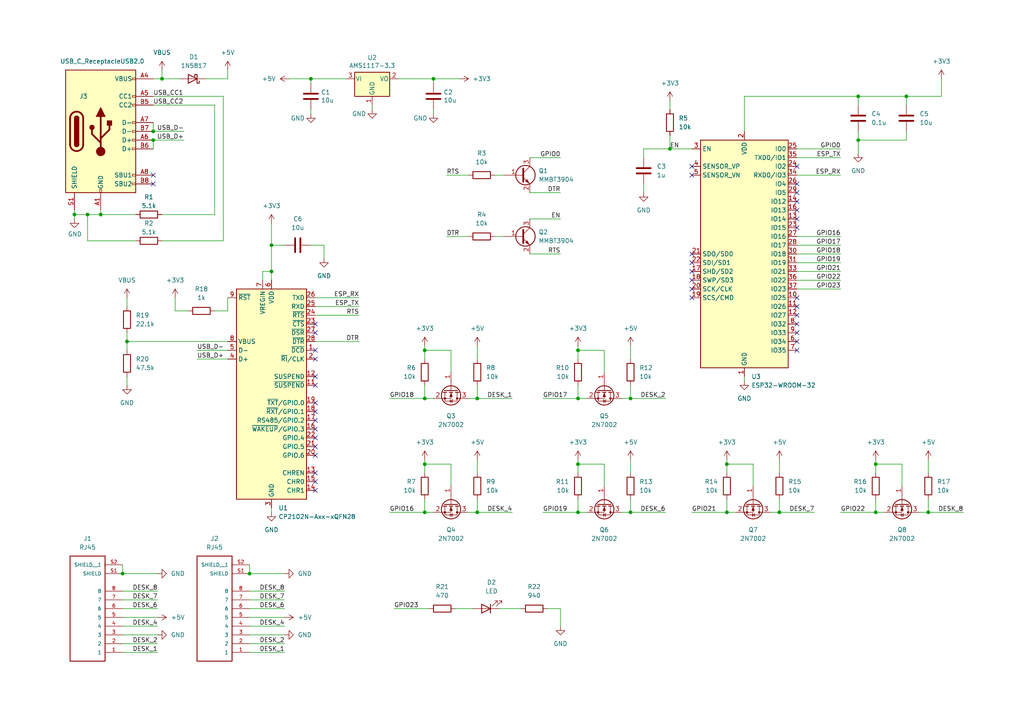
<source format=kicad_sch>
(kicad_sch (version 20211123) (generator eeschema)
  (paper "A4")
  (lib_symbols
    (symbol "A-2004-2-4-LPS-N-R:A-2004-2-4-LPS-N-R" (pin_names (offset 1.016))
      (property "Reference" "J" (at -5.08 13.97 0))
      (property "Value" "A-2004-2-4-LPS-N-R" (at -5.08 -19.05 0))
      (symbol "A-2004-2-4-LPS-N-R_0_0"
        (polyline (pts (xy -5.08 -17.78) (xy 5.08 -17.78)) (stroke (width 0.254)))
        (polyline (pts (xy -5.08 -14.732) (xy -5.08 -15.748)) (stroke (width 0.254)))
        (polyline (pts (xy -5.08 12.7) (xy -5.08 -17.78)) (stroke (width 0.254)))
        (polyline (pts (xy 5.08 -17.78) (xy 5.08 12.7)) (stroke (width 0.254)))
        (polyline (pts (xy 5.08 12.7) (xy -5.08 12.7)) (stroke (width 0.254)))
        (pin passive line (at -10.16 10.16 0) (length 5.08) (name "1") (number "1"))
        (pin passive line (at -10.16 7.62 0) (length 5.08) (name "2") (number "2"))
        (pin passive line (at -10.16 5.08 0) (length 5.08) (name "3") (number "3"))
        (pin passive line (at -10.16 2.54 0) (length 5.08) (name "4") (number "4"))
        (pin passive line (at -10.16 0 0) (length 5.08) (name "5") (number "5"))
        (pin passive line (at -10.16 -2.54 0) (length 5.08) (name "6") (number "6"))
        (pin passive line (at -10.16 -5.08 0) (length 5.08) (name "7") (number "7"))
        (pin passive line (at -10.16 -7.62 0) (length 5.08) (name "8") (number "8"))
        (pin passive line (at -10.16 -12.7 0) (length 5.08) (name "SHIELD") (number "S1"))
        (pin passive line (at -10.16 -15.24 0) (length 5.08) (name "SHIELD__1") (number "S2"))
      )
    )
    (symbol "Connector:USB_C_Receptacle_USB2.0" (pin_names (offset 1.016))
      (property "Reference" "J" (at -10.16 19.05 0))
      (property "Value" "USB_C_Receptacle_USB2.0" (at 19.05 19.05 0))
      (symbol "USB_C_Receptacle_USB2.0_0_0"
        (rectangle (start -0.254 -17.78) (end 0.254 -16.764))
        (rectangle (start 10.16 -14.986) (end 9.144 -15.494))
        (rectangle (start 10.16 -12.446) (end 9.144 -12.954))
        (rectangle (start 10.16 -4.826) (end 9.144 -5.334))
        (rectangle (start 10.16 -2.286) (end 9.144 -2.794))
        (rectangle (start 10.16 0.254) (end 9.144 -0.254))
        (rectangle (start 10.16 2.794) (end 9.144 2.286))
        (rectangle (start 10.16 7.874) (end 9.144 7.366))
        (rectangle (start 10.16 10.414) (end 9.144 9.906))
        (rectangle (start 10.16 15.494) (end 9.144 14.986))
      )
      (symbol "USB_C_Receptacle_USB2.0_0_1"
        (rectangle (start -10.16 17.78) (end 10.16 -17.78) (stroke (width 0.254)) (fill (type background)))
        (arc (start -8.89 -3.81) (mid -6.985 -5.715) (end -5.08 -3.81) (stroke (width 0.508)))
        (arc (start -7.62 -3.81) (mid -6.985 -4.445) (end -6.35 -3.81) (stroke (width 0.254)))
        (arc (start -7.62 -3.81) (mid -6.985 -4.445) (end -6.35 -3.81) (stroke (width 0.254)) (fill (type outline)))
        (rectangle (start -7.62 -3.81) (end -6.35 3.81) (stroke (width 0.254)) (fill (type outline)))
        (arc (start -6.35 3.81) (mid -6.985 4.445) (end -7.62 3.81) (stroke (width 0.254)))
        (arc (start -6.35 3.81) (mid -6.985 4.445) (end -7.62 3.81) (stroke (width 0.254)) (fill (type outline)))
        (arc (start -5.08 3.81) (mid -6.985 5.715) (end -8.89 3.81) (stroke (width 0.508)))
        (circle (center -2.54 1.143) (radius 0.635) (stroke (width 0.254)) (fill (type outline)))
        (circle (center 0 -5.842) (radius 1.27) (fill (type outline)))
        (polyline (pts (xy -8.89 -3.81) (xy -8.89 3.81)) (stroke (width 0.508)))
        (polyline (pts (xy -5.08 3.81) (xy -5.08 -3.81)) (stroke (width 0.508)))
        (polyline (pts (xy 0 -5.842) (xy 0 4.318)) (stroke (width 0.508)))
        (polyline (pts (xy 0 -3.302) (xy -2.54 -0.762) (xy -2.54 0.508)) (stroke (width 0.508)))
        (polyline (pts (xy 0 -2.032) (xy 2.54 0.508) (xy 2.54 1.778)) (stroke (width 0.508)))
        (polyline (pts (xy -1.27 4.318) (xy 0 6.858) (xy 1.27 4.318) (xy -1.27 4.318)) (stroke (width 0.254)) (fill (type outline)))
        (rectangle (start 1.905 1.778) (end 3.175 3.048) (stroke (width 0.254)) (fill (type outline)))
      )
      (symbol "USB_C_Receptacle_USB2.0_1_1"
        (pin passive line (at 0 -22.86 90) (length 5.08) (name "GND") (number "A1"))
        (pin passive line (at 0 -22.86 90) (length 5.08) hide (name "GND") (number "A12"))
        (pin passive line (at 15.24 15.24 180) (length 5.08) (name "VBUS") (number "A4"))
        (pin bidirectional line (at 15.24 10.16 180) (length 5.08) (name "CC1") (number "A5"))
        (pin bidirectional line (at 15.24 -2.54 180) (length 5.08) (name "D+") (number "A6"))
        (pin bidirectional line (at 15.24 2.54 180) (length 5.08) (name "D-") (number "A7"))
        (pin bidirectional line (at 15.24 -12.7 180) (length 5.08) (name "SBU1") (number "A8"))
        (pin passive line (at 15.24 15.24 180) (length 5.08) hide (name "VBUS") (number "A9"))
        (pin passive line (at 0 -22.86 90) (length 5.08) hide (name "GND") (number "B1"))
        (pin passive line (at 0 -22.86 90) (length 5.08) hide (name "GND") (number "B12"))
        (pin passive line (at 15.24 15.24 180) (length 5.08) hide (name "VBUS") (number "B4"))
        (pin bidirectional line (at 15.24 7.62 180) (length 5.08) (name "CC2") (number "B5"))
        (pin bidirectional line (at 15.24 -5.08 180) (length 5.08) (name "D+") (number "B6"))
        (pin bidirectional line (at 15.24 0 180) (length 5.08) (name "D-") (number "B7"))
        (pin bidirectional line (at 15.24 -15.24 180) (length 5.08) (name "SBU2") (number "B8"))
        (pin passive line (at 15.24 15.24 180) (length 5.08) hide (name "VBUS") (number "B9"))
        (pin passive line (at -7.62 -22.86 90) (length 5.08) (name "SHIELD") (number "S1"))
      )
    )
    (symbol "Device:C" (pin_numbers hide) (pin_names (offset 0.254))
      (property "Reference" "C" (at 0.635 2.54 0))
      (property "Value" "C" (at 0.635 -2.54 0))
      (symbol "C_0_1"
        (polyline (pts (xy -2.032 -0.762) (xy 2.032 -0.762)) (stroke (width 0.508)))
        (polyline (pts (xy -2.032 0.762) (xy 2.032 0.762)) (stroke (width 0.508)))
      )
      (symbol "C_1_1"
        (pin passive line (at 0 3.81 270) (length 2.794) (name "~") (number "1"))
        (pin passive line (at 0 -3.81 90) (length 2.794) (name "~") (number "2"))
      )
    )
    (symbol "Device:LED" (pin_numbers hide) (pin_names (offset 1.016) hide)
      (property "Reference" "D" (at 0 2.54 0))
      (property "Value" "LED" (at 0 -2.54 0))
      (symbol "LED_0_1"
        (polyline (pts (xy -1.27 -1.27) (xy -1.27 1.27)) (stroke (width 0.254)))
        (polyline (pts (xy -1.27 0) (xy 1.27 0)))
        (polyline (pts (xy 1.27 -1.27) (xy 1.27 1.27) (xy -1.27 0) (xy 1.27 -1.27)) (stroke (width 0.254)))
        (polyline (pts (xy -3.048 -0.762) (xy -4.572 -2.286) (xy -3.81 -2.286) (xy -4.572 -2.286) (xy -4.572 -1.524)))
        (polyline (pts (xy -1.778 -0.762) (xy -3.302 -2.286) (xy -2.54 -2.286) (xy -3.302 -2.286) (xy -3.302 -1.524)))
      )
      (symbol "LED_1_1"
        (pin passive line (at -3.81 0 0) (length 2.54) (name "K") (number "1"))
        (pin passive line (at 3.81 0 180) (length 2.54) (name "A") (number "2"))
      )
    )
    (symbol "Device:R" (pin_numbers hide) (pin_names (offset 0))
      (property "Reference" "R" (at 2.032 0 90))
      (property "Value" "R" (at 0 0 90))
      (symbol "R_0_1"
        (rectangle (start -1.016 -2.54) (end 1.016 2.54) (stroke (width 0.254)))
      )
      (symbol "R_1_1"
        (pin passive line (at 0 3.81 270) (length 1.27) (name "~") (number "1"))
        (pin passive line (at 0 -3.81 90) (length 1.27) (name "~") (number "2"))
      )
    )
    (symbol "Diode:1N5817" (pin_numbers hide) (pin_names (offset 1.016) hide)
      (property "Reference" "D" (at 0 2.54 0))
      (property "Value" "1N5817" (at 0 -2.54 0))
      (symbol "1N5817_0_1"
        (polyline (pts (xy 1.27 0) (xy -1.27 0)))
        (polyline (pts (xy 1.27 1.27) (xy 1.27 -1.27) (xy -1.27 0) (xy 1.27 1.27)) (stroke (width 0.254)))
        (polyline (pts (xy -1.905 0.635) (xy -1.905 1.27) (xy -1.27 1.27) (xy -1.27 -1.27) (xy -0.635 -1.27) (xy -0.635 -0.635)) (stroke (width 0.254)))
      )
      (symbol "1N5817_1_1"
        (pin passive line (at -3.81 0 0) (length 2.54) (name "K") (number "1"))
        (pin passive line (at 3.81 0 180) (length 2.54) (name "A") (number "2"))
      )
    )
    (symbol "Interface_USB:CP2102N-Axx-xQFN28"
      (property "Reference" "U" (at -8.89 31.75 0))
      (property "Value" "CP2102N-Axx-xQFN28" (at 12.7 31.75 0))
      (symbol "CP2102N-Axx-xQFN28_0_1"
        (rectangle (start -10.16 30.48) (end 10.16 -30.48) (stroke (width 0.254)) (fill (type background)))
      )
      (symbol "CP2102N-Axx-xQFN28_1_1"
        (pin input line (at 12.7 12.7 180) (length 2.54) (name "~{DCD}") (number "1"))
        (pin no_connect line (at -10.16 -27.94 0) (length 2.54) hide (name "NC") (number "10"))
        (pin output line (at 12.7 2.54 180) (length 2.54) (name "~{SUSPEND}") (number "11"))
        (pin output line (at 12.7 5.08 180) (length 2.54) (name "SUSPEND") (number "12"))
        (pin output line (at 12.7 -22.86 180) (length 2.54) (name "CHREN") (number "13"))
        (pin output line (at 12.7 -27.94 180) (length 2.54) (name "CHR1") (number "14"))
        (pin output line (at 12.7 -25.4 180) (length 2.54) (name "CHR0") (number "15"))
        (pin bidirectional line (at 12.7 -10.16 180) (length 2.54) (name "~{WAKEUP}/GPIO.3") (number "16"))
        (pin bidirectional line (at 12.7 -7.62 180) (length 2.54) (name "RS485/GPIO.2") (number "17"))
        (pin bidirectional line (at 12.7 -5.08 180) (length 2.54) (name "~{RXT}/GPIO.1") (number "18"))
        (pin bidirectional line (at 12.7 -2.54 180) (length 2.54) (name "~{TXT}/GPIO.0") (number "19"))
        (pin bidirectional line (at 12.7 10.16 180) (length 2.54) (name "~{RI}/CLK") (number "2"))
        (pin bidirectional line (at 12.7 -17.78 180) (length 2.54) (name "GPIO.6") (number "20"))
        (pin bidirectional line (at 12.7 -15.24 180) (length 2.54) (name "GPIO.5") (number "21"))
        (pin bidirectional line (at 12.7 -12.7 180) (length 2.54) (name "GPIO.4") (number "22"))
        (pin input line (at 12.7 20.32 180) (length 2.54) (name "~{CTS}") (number "23"))
        (pin output line (at 12.7 22.86 180) (length 2.54) (name "~{RTS}") (number "24"))
        (pin input line (at 12.7 25.4 180) (length 2.54) (name "RXD") (number "25"))
        (pin output line (at 12.7 27.94 180) (length 2.54) (name "TXD") (number "26"))
        (pin input line (at 12.7 17.78 180) (length 2.54) (name "~{DSR}") (number "27"))
        (pin output line (at 12.7 15.24 180) (length 2.54) (name "~{DTR}") (number "28"))
        (pin passive line (at 0 -33.02 90) (length 2.54) hide (name "GND") (number "29"))
        (pin power_in line (at 0 -33.02 90) (length 2.54) (name "GND") (number "3"))
        (pin bidirectional line (at -12.7 10.16 0) (length 2.54) (name "D+") (number "4"))
        (pin bidirectional line (at -12.7 12.7 0) (length 2.54) (name "D-") (number "5"))
        (pin power_in line (at 0 33.02 270) (length 2.54) (name "VDD") (number "6"))
        (pin power_in line (at -2.54 33.02 270) (length 2.54) (name "VREGIN") (number "7"))
        (pin input line (at -12.7 15.24 0) (length 2.54) (name "VBUS") (number "8"))
        (pin input line (at -12.7 27.94 0) (length 2.54) (name "~{RST}") (number "9"))
      )
    )
    (symbol "RF_Module:ESP32-WROOM-32"
      (property "Reference" "U" (at -12.7 34.29 0))
      (property "Value" "ESP32-WROOM-32" (at 1.27 34.29 0))
      (symbol "ESP32-WROOM-32_0_1"
        (rectangle (start -12.7 33.02) (end 12.7 -33.02) (stroke (width 0.254)) (fill (type background)))
      )
      (symbol "ESP32-WROOM-32_1_1"
        (pin power_in line (at 0 -35.56 90) (length 2.54) (name "GND") (number "1"))
        (pin bidirectional line (at 15.24 -12.7 180) (length 2.54) (name "IO25") (number "10"))
        (pin bidirectional line (at 15.24 -15.24 180) (length 2.54) (name "IO26") (number "11"))
        (pin bidirectional line (at 15.24 -17.78 180) (length 2.54) (name "IO27") (number "12"))
        (pin bidirectional line (at 15.24 10.16 180) (length 2.54) (name "IO14") (number "13"))
        (pin bidirectional line (at 15.24 15.24 180) (length 2.54) (name "IO12") (number "14"))
        (pin passive line (at 0 -35.56 90) (length 2.54) hide (name "GND") (number "15"))
        (pin bidirectional line (at 15.24 12.7 180) (length 2.54) (name "IO13") (number "16"))
        (pin bidirectional line (at -15.24 -5.08 0) (length 2.54) (name "SHD/SD2") (number "17"))
        (pin bidirectional line (at -15.24 -7.62 0) (length 2.54) (name "SWP/SD3") (number "18"))
        (pin bidirectional line (at -15.24 -12.7 0) (length 2.54) (name "SCS/CMD") (number "19"))
        (pin power_in line (at 0 35.56 270) (length 2.54) (name "VDD") (number "2"))
        (pin bidirectional line (at -15.24 -10.16 0) (length 2.54) (name "SCK/CLK") (number "20"))
        (pin bidirectional line (at -15.24 0 0) (length 2.54) (name "SDO/SD0") (number "21"))
        (pin bidirectional line (at -15.24 -2.54 0) (length 2.54) (name "SDI/SD1") (number "22"))
        (pin bidirectional line (at 15.24 7.62 180) (length 2.54) (name "IO15") (number "23"))
        (pin bidirectional line (at 15.24 25.4 180) (length 2.54) (name "IO2") (number "24"))
        (pin bidirectional line (at 15.24 30.48 180) (length 2.54) (name "IO0") (number "25"))
        (pin bidirectional line (at 15.24 20.32 180) (length 2.54) (name "IO4") (number "26"))
        (pin bidirectional line (at 15.24 5.08 180) (length 2.54) (name "IO16") (number "27"))
        (pin bidirectional line (at 15.24 2.54 180) (length 2.54) (name "IO17") (number "28"))
        (pin bidirectional line (at 15.24 17.78 180) (length 2.54) (name "IO5") (number "29"))
        (pin input line (at -15.24 30.48 0) (length 2.54) (name "EN") (number "3"))
        (pin bidirectional line (at 15.24 0 180) (length 2.54) (name "IO18") (number "30"))
        (pin bidirectional line (at 15.24 -2.54 180) (length 2.54) (name "IO19") (number "31"))
        (pin no_connect line (at -12.7 -27.94 0) (length 2.54) hide (name "NC") (number "32"))
        (pin bidirectional line (at 15.24 -5.08 180) (length 2.54) (name "IO21") (number "33"))
        (pin bidirectional line (at 15.24 22.86 180) (length 2.54) (name "RXD0/IO3") (number "34"))
        (pin bidirectional line (at 15.24 27.94 180) (length 2.54) (name "TXD0/IO1") (number "35"))
        (pin bidirectional line (at 15.24 -7.62 180) (length 2.54) (name "IO22") (number "36"))
        (pin bidirectional line (at 15.24 -10.16 180) (length 2.54) (name "IO23") (number "37"))
        (pin passive line (at 0 -35.56 90) (length 2.54) hide (name "GND") (number "38"))
        (pin passive line (at 0 -35.56 90) (length 2.54) hide (name "GND") (number "39"))
        (pin input line (at -15.24 25.4 0) (length 2.54) (name "SENSOR_VP") (number "4"))
        (pin input line (at -15.24 22.86 0) (length 2.54) (name "SENSOR_VN") (number "5"))
        (pin input line (at 15.24 -25.4 180) (length 2.54) (name "IO34") (number "6"))
        (pin input line (at 15.24 -27.94 180) (length 2.54) (name "IO35") (number "7"))
        (pin bidirectional line (at 15.24 -20.32 180) (length 2.54) (name "IO32") (number "8"))
        (pin bidirectional line (at 15.24 -22.86 180) (length 2.54) (name "IO33") (number "9"))
      )
    )
    (symbol "Regulator_Linear:NCP1117-3.3_SOT223" (pin_names (offset 0.254))
      (property "Reference" "U" (at -3.81 3.175 0))
      (property "Value" "NCP1117-3.3_SOT223" (at 0 3.175 0))
      (symbol "NCP1117-3.3_SOT223_0_1"
        (rectangle (start -5.08 -5.08) (end 5.08 1.905) (stroke (width 0.254)) (fill (type background)))
      )
      (symbol "NCP1117-3.3_SOT223_1_1"
        (pin power_in line (at 0 -7.62 90) (length 2.54) (name "GND") (number "1"))
        (pin power_out line (at 7.62 0 180) (length 2.54) (name "VO") (number "2"))
        (pin power_in line (at -7.62 0 0) (length 2.54) (name "VI") (number "3"))
      )
    )
    (symbol "Transistor_BJT:MMBT3904" (pin_names (offset 0) hide)
      (property "Reference" "Q" (at 5.08 1.905 0))
      (property "Value" "MMBT3904" (at 5.08 0 0))
      (symbol "MMBT3904_0_1"
        (polyline (pts (xy 0.635 0.635) (xy 2.54 2.54)))
        (polyline (pts (xy 0.635 -0.635) (xy 2.54 -2.54) (xy 2.54 -2.54)))
        (polyline (pts (xy 0.635 1.905) (xy 0.635 -1.905) (xy 0.635 -1.905)) (stroke (width 0.508)))
        (polyline (pts (xy 1.27 -1.778) (xy 1.778 -1.27) (xy 2.286 -2.286) (xy 1.27 -1.778) (xy 1.27 -1.778)) (fill (type outline)))
        (circle (center 1.27 0) (radius 2.8194) (stroke (width 0.254)))
      )
      (symbol "MMBT3904_1_1"
        (pin input line (at -5.08 0 0) (length 5.715) (name "B") (number "1"))
        (pin passive line (at 2.54 -5.08 90) (length 2.54) (name "E") (number "2"))
        (pin passive line (at 2.54 5.08 270) (length 2.54) (name "C") (number "3"))
      )
    )
    (symbol "Transistor_FET:BSS138" (pin_names hide)
      (property "Reference" "Q" (at 5.08 1.905 0))
      (property "Value" "BSS138" (at 5.08 0 0))
      (symbol "BSS138_0_1"
        (polyline (pts (xy 0.254 0) (xy -2.54 0)))
        (polyline (pts (xy 0.254 1.905) (xy 0.254 -1.905)) (stroke (width 0.254)))
        (polyline (pts (xy 0.762 -1.27) (xy 0.762 -2.286)) (stroke (width 0.254)))
        (polyline (pts (xy 0.762 0.508) (xy 0.762 -0.508)) (stroke (width 0.254)))
        (polyline (pts (xy 0.762 2.286) (xy 0.762 1.27)) (stroke (width 0.254)))
        (polyline (pts (xy 2.54 2.54) (xy 2.54 1.778)))
        (polyline (pts (xy 2.54 -2.54) (xy 2.54 0) (xy 0.762 0)))
        (polyline (pts (xy 0.762 -1.778) (xy 3.302 -1.778) (xy 3.302 1.778) (xy 0.762 1.778)))
        (polyline (pts (xy 1.016 0) (xy 2.032 0.381) (xy 2.032 -0.381) (xy 1.016 0)) (fill (type outline)))
        (polyline (pts (xy 2.794 0.508) (xy 2.921 0.381) (xy 3.683 0.381) (xy 3.81 0.254)))
        (polyline (pts (xy 3.302 0.381) (xy 2.921 -0.254) (xy 3.683 -0.254) (xy 3.302 0.381)))
        (circle (center 1.651 0) (radius 2.794) (stroke (width 0.254)))
        (circle (center 2.54 -1.778) (radius 0.254) (fill (type outline)))
        (circle (center 2.54 1.778) (radius 0.254) (fill (type outline)))
      )
      (symbol "BSS138_1_1"
        (pin input line (at -5.08 0 0) (length 2.54) (name "G") (number "1"))
        (pin passive line (at 2.54 -5.08 90) (length 2.54) (name "S") (number "2"))
        (pin passive line (at 2.54 5.08 270) (length 2.54) (name "D") (number "3"))
      )
    )
    (symbol "power:+3V3" (power) (pin_names (offset 0))
      (property "Value" "+3V3" (at 0 3.556 0))
      (symbol "+3V3_0_1"
        (polyline (pts (xy -0.762 1.27) (xy 0 2.54)))
        (polyline (pts (xy 0 0) (xy 0 2.54)))
        (polyline (pts (xy 0 2.54) (xy 0.762 1.27)))
      )
      (symbol "+3V3_1_1"
        (pin power_in line (at 0 0 90) (length 0) hide (name "+3V3") (number "1"))
      )
    )
    (symbol "power:+5V" (power) (pin_names (offset 0))
      (property "Value" "+5V" (at 0 3.556 0))
      (symbol "+5V_0_1"
        (polyline (pts (xy -0.762 1.27) (xy 0 2.54)))
        (polyline (pts (xy 0 0) (xy 0 2.54)))
        (polyline (pts (xy 0 2.54) (xy 0.762 1.27)))
      )
      (symbol "+5V_1_1"
        (pin power_in line (at 0 0 90) (length 0) hide (name "+5V") (number "1"))
      )
    )
    (symbol "power:GND" (power) (pin_names (offset 0))
      (property "Value" "GND" (at 0 -3.81 0))
      (symbol "GND_0_1"
        (polyline (pts (xy 0 0) (xy 0 -1.27) (xy 1.27 -1.27) (xy 0 -2.54) (xy -1.27 -1.27) (xy 0 -1.27)))
      )
      (symbol "GND_1_1"
        (pin power_in line (at 0 0 270) (length 0) hide (name "GND") (number "1"))
      )
    )
    (symbol "power:VBUS" (power) (pin_names (offset 0))
      (property "Value" "VBUS" (at 0 3.81 0))
      (symbol "VBUS_0_1"
        (polyline (pts (xy -0.762 1.27) (xy 0 2.54)))
        (polyline (pts (xy 0 0) (xy 0 2.54)))
        (polyline (pts (xy 0 2.54) (xy 0.762 1.27)))
      )
      (symbol "VBUS_1_1"
        (pin power_in line (at 0 0 90) (length 0) hide (name "VBUS") (number "1"))
      )
    )
  )
  (junction (at 167.64 101.6))
  (junction (at 125.73 22.86))
  (junction (at 138.43 115.57))
  (junction (at 123.19 101.6))
  (junction (at 182.88 115.57))
  (junction (at 29.21 62.23))
  (junction (at 254 148.59))
  (junction (at 226.06 148.59))
  (junction (at 35.56 166.37))
  (junction (at 167.64 134.62))
  (junction (at 123.19 115.57))
  (junction (at 248.92 27.94))
  (junction (at 269.24 148.59))
  (junction (at 167.64 148.59))
  (junction (at 21.59 62.23))
  (junction (at 123.19 148.59))
  (junction (at 72.39 166.37))
  (junction (at 44.45 38.1))
  (junction (at 210.82 148.59))
  (junction (at 123.19 134.62))
  (junction (at 25.4 62.23))
  (junction (at 138.43 148.59))
  (junction (at 78.74 78.74))
  (junction (at 248.92 40.64))
  (junction (at 194.31 43.18))
  (junction (at 167.64 115.57))
  (junction (at 44.45 40.64))
  (junction (at 182.88 148.59))
  (junction (at 90.17 22.86))
  (junction (at 262.89 27.94))
  (junction (at 46.99 22.86))
  (junction (at 254 134.62))
  (junction (at 36.83 99.06))
  (junction (at 210.82 134.62))
  (junction (at 78.74 71.12))
  (no_connect (at 44.45 50.8))
  (no_connect (at 44.45 53.34))
  (no_connect (at 200.66 81.28))
  (no_connect (at 200.66 83.82))
  (no_connect (at 200.66 76.2))
  (no_connect (at 200.66 78.74))
  (no_connect (at 200.66 86.36))
  (no_connect (at 231.14 86.36))
  (no_connect (at 231.14 88.9))
  (no_connect (at 231.14 53.34))
  (no_connect (at 231.14 55.88))
  (no_connect (at 231.14 58.42))
  (no_connect (at 231.14 48.26))
  (no_connect (at 91.44 142.24))
  (no_connect (at 91.44 139.7))
  (no_connect (at 91.44 121.92))
  (no_connect (at 91.44 119.38))
  (no_connect (at 91.44 116.84))
  (no_connect (at 91.44 109.22))
  (no_connect (at 91.44 111.76))
  (no_connect (at 91.44 93.98))
  (no_connect (at 91.44 96.52))
  (no_connect (at 91.44 101.6))
  (no_connect (at 91.44 104.14))
  (no_connect (at 91.44 124.46))
  (no_connect (at 91.44 127))
  (no_connect (at 91.44 129.54))
  (no_connect (at 91.44 132.08))
  (no_connect (at 91.44 137.16))
  (no_connect (at 200.66 48.26))
  (no_connect (at 200.66 50.8))
  (no_connect (at 200.66 73.66))
  (no_connect (at 231.14 63.5))
  (no_connect (at 231.14 66.04))
  (no_connect (at 231.14 60.96))
  (no_connect (at 231.14 91.44))
  (no_connect (at 231.14 93.98))
  (no_connect (at 231.14 96.52))
  (no_connect (at 231.14 101.6))
  (no_connect (at 231.14 99.06))
  (wire (pts (xy 226.06 148.59) (xy 236.22 148.59)))
  (wire (pts (xy 35.56 176.53) (xy 45.72 176.53)))
  (wire (pts (xy 36.83 109.22) (xy 36.83 111.76)))
  (wire (pts (xy 153.67 73.66) (xy 162.56 73.66)))
  (wire (pts (xy 25.4 62.23) (xy 21.59 62.23)))
  (wire (pts (xy 138.43 148.59) (xy 148.59 148.59)))
  (wire (pts (xy 138.43 144.78) (xy 138.43 148.59)))
  (wire (pts (xy 39.37 69.85) (xy 25.4 69.85)))
  (wire (pts (xy 29.21 62.23) (xy 25.4 62.23)))
  (wire (pts (xy 66.04 86.36) (xy 66.04 90.17)))
  (wire (pts (xy 243.84 148.59) (xy 254 148.59)))
  (wire (pts (xy 167.64 111.76) (xy 167.64 115.57)))
  (wire (pts (xy 91.44 88.9) (xy 104.14 88.9)))
  (wire (pts (xy 78.74 64.77) (xy 78.74 71.12)))
  (wire (pts (xy 210.82 148.59) (xy 213.36 148.59)))
  (wire (pts (xy 254 134.62) (xy 261.62 134.62)))
  (wire (pts (xy 153.67 55.88) (xy 162.56 55.88)))
  (wire (pts (xy 180.34 115.57) (xy 182.88 115.57)))
  (wire (pts (xy 261.62 134.62) (xy 261.62 140.97)))
  (wire (pts (xy 210.82 133.35) (xy 210.82 134.62)))
  (wire (pts (xy 215.9 27.94) (xy 248.92 27.94)))
  (wire (pts (xy 46.99 20.32) (xy 46.99 22.86)))
  (wire (pts (xy 25.4 69.85) (xy 25.4 62.23)))
  (wire (pts (xy 143.51 50.8) (xy 146.05 50.8)))
  (wire (pts (xy 113.03 148.59) (xy 123.19 148.59)))
  (wire (pts (xy 182.88 100.33) (xy 182.88 104.14)))
  (wire (pts (xy 231.14 78.74) (xy 243.84 78.74)))
  (wire (pts (xy 123.19 100.33) (xy 123.19 101.6)))
  (wire (pts (xy 35.56 163.83) (xy 35.56 166.37)))
  (wire (pts (xy 54.61 90.17) (xy 50.8 90.17)))
  (wire (pts (xy 254 148.59) (xy 256.54 148.59)))
  (wire (pts (xy 93.98 71.12) (xy 93.98 74.93)))
  (wire (pts (xy 72.39 179.07) (xy 82.55 179.07)))
  (wire (pts (xy 123.19 134.62) (xy 130.81 134.62)))
  (wire (pts (xy 130.81 101.6) (xy 130.81 107.95)))
  (wire (pts (xy 210.82 134.62) (xy 218.44 134.62)))
  (wire (pts (xy 153.67 63.5) (xy 162.56 63.5)))
  (wire (pts (xy 248.92 27.94) (xy 262.89 27.94)))
  (wire (pts (xy 44.45 30.48) (xy 62.23 30.48)))
  (wire (pts (xy 218.44 134.62) (xy 218.44 140.97)))
  (wire (pts (xy 254 133.35) (xy 254 134.62)))
  (wire (pts (xy 186.69 53.34) (xy 186.69 55.88)))
  (wire (pts (xy 182.88 115.57) (xy 193.04 115.57)))
  (wire (pts (xy 129.54 68.58) (xy 135.89 68.58)))
  (wire (pts (xy 194.31 39.37) (xy 194.31 43.18)))
  (wire (pts (xy 123.19 134.62) (xy 123.19 137.16)))
  (wire (pts (xy 66.04 101.6) (xy 57.15 101.6)))
  (wire (pts (xy 231.14 76.2) (xy 243.84 76.2)))
  (wire (pts (xy 129.54 50.8) (xy 135.89 50.8)))
  (wire (pts (xy 167.64 134.62) (xy 175.26 134.62)))
  (wire (pts (xy 215.9 110.49) (xy 215.9 109.22)))
  (wire (pts (xy 186.69 43.18) (xy 186.69 45.72)))
  (wire (pts (xy 91.44 86.36) (xy 104.14 86.36)))
  (wire (pts (xy 125.73 24.13) (xy 125.73 22.86)))
  (wire (pts (xy 46.99 22.86) (xy 52.07 22.86)))
  (wire (pts (xy 231.14 45.72) (xy 243.84 45.72)))
  (wire (pts (xy 90.17 31.75) (xy 90.17 33.02)))
  (wire (pts (xy 162.56 176.53) (xy 162.56 181.61)))
  (wire (pts (xy 35.56 184.15) (xy 45.72 184.15)))
  (wire (pts (xy 135.89 115.57) (xy 138.43 115.57)))
  (wire (pts (xy 35.56 186.69) (xy 45.72 186.69)))
  (wire (pts (xy 248.92 40.64) (xy 248.92 44.45)))
  (wire (pts (xy 180.34 148.59) (xy 182.88 148.59)))
  (wire (pts (xy 36.83 99.06) (xy 66.04 99.06)))
  (wire (pts (xy 115.57 22.86) (xy 125.73 22.86)))
  (wire (pts (xy 226.06 133.35) (xy 226.06 137.16)))
  (wire (pts (xy 132.08 176.53) (xy 137.16 176.53)))
  (wire (pts (xy 138.43 133.35) (xy 138.43 137.16)))
  (wire (pts (xy 76.2 78.74) (xy 78.74 78.74)))
  (wire (pts (xy 138.43 111.76) (xy 138.43 115.57)))
  (wire (pts (xy 123.19 148.59) (xy 125.73 148.59)))
  (wire (pts (xy 123.19 101.6) (xy 123.19 104.14)))
  (wire (pts (xy 66.04 20.32) (xy 66.04 22.86)))
  (wire (pts (xy 194.31 43.18) (xy 186.69 43.18)))
  (wire (pts (xy 64.77 69.85) (xy 46.99 69.85)))
  (wire (pts (xy 35.56 181.61) (xy 45.72 181.61)))
  (wire (pts (xy 90.17 71.12) (xy 93.98 71.12)))
  (wire (pts (xy 248.92 40.64) (xy 262.89 40.64)))
  (wire (pts (xy 114.3 176.53) (xy 124.46 176.53)))
  (wire (pts (xy 269.24 148.59) (xy 279.4 148.59)))
  (wire (pts (xy 21.59 62.23) (xy 21.59 63.5)))
  (wire (pts (xy 36.83 86.36) (xy 36.83 88.9)))
  (wire (pts (xy 62.23 90.17) (xy 66.04 90.17)))
  (wire (pts (xy 59.69 22.86) (xy 66.04 22.86)))
  (wire (pts (xy 72.39 189.23) (xy 82.55 189.23)))
  (wire (pts (xy 269.24 133.35) (xy 269.24 137.16)))
  (wire (pts (xy 44.45 35.56) (xy 44.45 38.1)))
  (wire (pts (xy 167.64 148.59) (xy 170.18 148.59)))
  (wire (pts (xy 200.66 148.59) (xy 210.82 148.59)))
  (wire (pts (xy 138.43 115.57) (xy 148.59 115.57)))
  (wire (pts (xy 254 134.62) (xy 254 137.16)))
  (wire (pts (xy 78.74 148.59) (xy 78.74 147.32)))
  (wire (pts (xy 91.44 91.44) (xy 104.14 91.44)))
  (wire (pts (xy 62.23 30.48) (xy 62.23 62.23)))
  (wire (pts (xy 157.48 148.59) (xy 167.64 148.59)))
  (wire (pts (xy 72.39 173.99) (xy 82.55 173.99)))
  (wire (pts (xy 76.2 81.28) (xy 76.2 78.74)))
  (wire (pts (xy 138.43 100.33) (xy 138.43 104.14)))
  (wire (pts (xy 44.45 22.86) (xy 46.99 22.86)))
  (wire (pts (xy 262.89 27.94) (xy 262.89 30.48)))
  (wire (pts (xy 35.56 173.99) (xy 45.72 173.99)))
  (wire (pts (xy 125.73 31.75) (xy 125.73 33.02)))
  (wire (pts (xy 35.56 179.07) (xy 45.72 179.07)))
  (wire (pts (xy 231.14 68.58) (xy 243.84 68.58)))
  (wire (pts (xy 254 144.78) (xy 254 148.59)))
  (wire (pts (xy 226.06 144.78) (xy 226.06 148.59)))
  (wire (pts (xy 29.21 60.96) (xy 29.21 62.23)))
  (wire (pts (xy 36.83 99.06) (xy 36.83 101.6)))
  (wire (pts (xy 248.92 27.94) (xy 248.92 30.48)))
  (wire (pts (xy 123.19 144.78) (xy 123.19 148.59)))
  (wire (pts (xy 72.39 166.37) (xy 82.55 166.37)))
  (wire (pts (xy 44.45 40.64) (xy 53.34 40.64)))
  (wire (pts (xy 167.64 133.35) (xy 167.64 134.62)))
  (wire (pts (xy 262.89 40.64) (xy 262.89 38.1)))
  (wire (pts (xy 182.88 111.76) (xy 182.88 115.57)))
  (wire (pts (xy 36.83 96.52) (xy 36.83 99.06)))
  (wire (pts (xy 231.14 73.66) (xy 243.84 73.66)))
  (wire (pts (xy 167.64 115.57) (xy 170.18 115.57)))
  (wire (pts (xy 64.77 27.94) (xy 64.77 69.85)))
  (wire (pts (xy 35.56 166.37) (xy 45.72 166.37)))
  (wire (pts (xy 21.59 60.96) (xy 21.59 62.23)))
  (wire (pts (xy 231.14 43.18) (xy 243.84 43.18)))
  (wire (pts (xy 78.74 71.12) (xy 82.55 71.12)))
  (wire (pts (xy 167.64 134.62) (xy 167.64 137.16)))
  (wire (pts (xy 167.64 144.78) (xy 167.64 148.59)))
  (wire (pts (xy 72.39 171.45) (xy 82.55 171.45)))
  (wire (pts (xy 194.31 29.21) (xy 194.31 31.75)))
  (wire (pts (xy 182.88 133.35) (xy 182.88 137.16)))
  (wire (pts (xy 72.39 181.61) (xy 82.55 181.61)))
  (wire (pts (xy 182.88 144.78) (xy 182.88 148.59)))
  (wire (pts (xy 123.19 133.35) (xy 123.19 134.62)))
  (wire (pts (xy 50.8 90.17) (xy 50.8 86.36)))
  (wire (pts (xy 231.14 81.28) (xy 243.84 81.28)))
  (wire (pts (xy 248.92 38.1) (xy 248.92 40.64)))
  (wire (pts (xy 113.03 115.57) (xy 123.19 115.57)))
  (wire (pts (xy 167.64 101.6) (xy 167.64 104.14)))
  (wire (pts (xy 83.82 22.86) (xy 90.17 22.86)))
  (wire (pts (xy 262.89 27.94) (xy 273.05 27.94)))
  (wire (pts (xy 157.48 115.57) (xy 167.64 115.57)))
  (wire (pts (xy 175.26 101.6) (xy 175.26 107.95)))
  (wire (pts (xy 266.7 148.59) (xy 269.24 148.59)))
  (wire (pts (xy 144.78 176.53) (xy 151.13 176.53)))
  (wire (pts (xy 62.23 62.23) (xy 46.99 62.23)))
  (wire (pts (xy 29.21 62.23) (xy 39.37 62.23)))
  (wire (pts (xy 35.56 171.45) (xy 45.72 171.45)))
  (wire (pts (xy 175.26 134.62) (xy 175.26 140.97)))
  (wire (pts (xy 125.73 22.86) (xy 133.35 22.86)))
  (wire (pts (xy 210.82 144.78) (xy 210.82 148.59)))
  (wire (pts (xy 123.19 101.6) (xy 130.81 101.6)))
  (wire (pts (xy 143.51 68.58) (xy 146.05 68.58)))
  (wire (pts (xy 72.39 186.69) (xy 82.55 186.69)))
  (wire (pts (xy 223.52 148.59) (xy 226.06 148.59)))
  (wire (pts (xy 130.81 134.62) (xy 130.81 140.97)))
  (wire (pts (xy 167.64 100.33) (xy 167.64 101.6)))
  (wire (pts (xy 215.9 38.1) (xy 215.9 27.94)))
  (wire (pts (xy 273.05 22.86) (xy 273.05 27.94)))
  (wire (pts (xy 100.33 22.86) (xy 90.17 22.86)))
  (wire (pts (xy 72.39 176.53) (xy 82.55 176.53)))
  (wire (pts (xy 231.14 71.12) (xy 243.84 71.12)))
  (wire (pts (xy 135.89 148.59) (xy 138.43 148.59)))
  (wire (pts (xy 66.04 104.14) (xy 57.15 104.14)))
  (wire (pts (xy 231.14 83.82) (xy 243.84 83.82)))
  (wire (pts (xy 231.14 50.8) (xy 243.84 50.8)))
  (wire (pts (xy 44.45 27.94) (xy 64.77 27.94)))
  (wire (pts (xy 123.19 111.76) (xy 123.19 115.57)))
  (wire (pts (xy 78.74 71.12) (xy 78.74 78.74)))
  (wire (pts (xy 91.44 99.06) (xy 104.14 99.06)))
  (wire (pts (xy 72.39 163.83) (xy 72.39 166.37)))
  (wire (pts (xy 194.31 43.18) (xy 200.66 43.18)))
  (wire (pts (xy 123.19 115.57) (xy 125.73 115.57)))
  (wire (pts (xy 44.45 40.64) (xy 44.45 43.18)))
  (wire (pts (xy 210.82 134.62) (xy 210.82 137.16)))
  (wire (pts (xy 153.67 45.72) (xy 162.56 45.72)))
  (wire (pts (xy 158.75 176.53) (xy 162.56 176.53)))
  (wire (pts (xy 107.95 30.48) (xy 107.95 31.75)))
  (wire (pts (xy 44.45 38.1) (xy 53.34 38.1)))
  (wire (pts (xy 167.64 101.6) (xy 175.26 101.6)))
  (wire (pts (xy 182.88 148.59) (xy 193.04 148.59)))
  (wire (pts (xy 78.74 78.74) (xy 78.74 81.28)))
  (wire (pts (xy 72.39 184.15) (xy 82.55 184.15)))
  (wire (pts (xy 35.56 189.23) (xy 45.72 189.23)))
  (wire (pts (xy 90.17 24.13) (xy 90.17 22.86)))
  (wire (pts (xy 269.24 144.78) (xy 269.24 148.59)))
  (label "GPIO23" (at 243.84 83.82 180))
  (label "GPIO19" (at 243.84 76.2 180))
  (label "USB_CC1" (at 44.45 27.94 0))
  (label "GPIO0" (at 162.56 45.72 180))
  (label "USB_D+" (at 57.15 104.14 0))
  (label "ESP_RX" (at 104.14 86.36 180))
  (label "DESK_7" (at 82.55 173.99 180))
  (label "DESK_8" (at 279.4 148.59 180))
  (label "DESK_1" (at 82.55 189.23 180))
  (label "DESK_6" (at 82.55 176.53 180))
  (label "USB_CC2" (at 44.45 30.48 0))
  (label "DESK_4" (at 82.55 181.61 180))
  (label "ESP_RX" (at 243.84 50.8 180))
  (label "GPIO16" (at 113.03 148.59 0))
  (label "GPIO19" (at 157.48 148.59 0))
  (label "DTR" (at 104.14 99.06 180))
  (label "GPIO18" (at 243.84 73.66 180))
  (label "USB_D+" (at 53.34 40.64 180))
  (label "GPIO21" (at 243.84 78.74 180))
  (label "DESK_2" (at 45.72 186.69 180))
  (label "GPIO21" (at 200.66 148.59 0))
  (label "DESK_4" (at 45.72 181.61 180))
  (label "EN" (at 162.56 63.5 180))
  (label "GPIO0" (at 243.84 43.18 180))
  (label "DESK_2" (at 82.55 186.69 180))
  (label "RTS" (at 162.56 73.66 180))
  (label "DTR" (at 129.54 68.58 0))
  (label "USB_D-" (at 53.34 38.1 180))
  (label "RTS" (at 104.14 91.44 180))
  (label "GPIO16" (at 243.84 68.58 180))
  (label "GPIO22" (at 243.84 148.59 0))
  (label "DESK_6" (at 45.72 176.53 180))
  (label "DESK_8" (at 45.72 171.45 180))
  (label "ESP_TX" (at 104.14 88.9 180))
  (label "GPIO23" (at 114.3 176.53 0))
  (label "DESK_6" (at 193.04 148.59 180))
  (label "USB_D-" (at 57.15 101.6 0))
  (label "GPIO17" (at 157.48 115.57 0))
  (label "DTR" (at 162.56 55.88 180))
  (label "DESK_1" (at 148.59 115.57 180))
  (label "DESK_2" (at 193.04 115.57 180))
  (label "DESK_4" (at 148.59 148.59 180))
  (label "GPIO18" (at 113.03 115.57 0))
  (label "DESK_8" (at 82.55 171.45 180))
  (label "RTS" (at 129.54 50.8 0))
  (label "EN" (at 194.31 43.18 0))
  (label "ESP_TX" (at 243.84 45.72 180))
  (label "GPIO22" (at 243.84 81.28 180))
  (label "DESK_7" (at 236.22 148.59 180))
  (label "DESK_7" (at 45.72 173.99 180))
  (label "DESK_1" (at 45.72 189.23 180))
  (label "GPIO17" (at 243.84 71.12 180))
  (symbol (lib_id "power:+3V3") (at 123.19 100.33 0) (unit 1)
    (property "Reference" "#PWR03" (effects hide))
    (property "Value" "+3V3" (at 123.19 95.25 0))
  )
  (symbol (lib_id "power:+5V") (at 83.82 22.86 90) (unit 1)
    (property "Reference" "#PWR016" (effects hide))
    (property "Value" "+5V" (at 80.01 22.8599 90) (effects (justify left)))
  )
  (symbol (lib_id "power:+5V") (at 182.88 133.35 0) (unit 1)
    (property "Reference" "#PWR024" (effects hide))
    (property "Value" "+5V" (at 182.88 128.27 0))
  )
  (symbol (lib_id "Device:R") (at 254 140.97 180) (unit 1)
    (property "Reference" "R16" (at 251.46 139.6999 0) (effects (justify left)))
    (property "Value" "10k" (at 251.46 142.2399 0) (effects (justify left)))
    (property "Footprint" "Resistor_SMD:R_0402_1005Metric" (effects hide))
    (property "LCSC" "C25744" (effects hide))
    (property "Checked" "Y" (effects hide))
  )
  (symbol (lib_id "Transistor_FET:BSS138") (at 175.26 113.03 270) (unit 1)
    (property "Reference" "Q5" (at 175.26 120.65 90))
    (property "Value" "2N7002" (at 175.26 123.19 90))
    (property "Footprint" "Package_TO_SOT_SMD:SOT-23" (effects hide))
    (property "Datasheet" "https://www.onsemi.com/pub/Collateral/BSS138-D.PDF" (effects hide))
    (property "LCSC" "C8545" (effects hide))
    (property "Checked" "Y" (effects hide))
  )
  (symbol (lib_id "Connector:USB_C_Receptacle_USB2.0") (at 29.21 38.1 0) (unit 1)
    (property "Reference" "J3" (at 25.4 27.94 0) (effects (justify right)))
    (property "Value" "USB_C_ReceptacleUSB2.0" (at 41.91 17.78 0) (effects (justify right)))
    (property "Footprint" "Connector_USB:USB_C_Receptacle_Palconn_UTC16-G" (effects hide))
    (property "Datasheet" "https://www.usb.org/sites/default/files/documents/usb_type-c.zip" (effects hide))
    (property "LCSC" "C165948" (effects hide))
    (property "Checked" "Y" (effects hide))
  )
  (symbol (lib_id "power:+3V3") (at 78.74 64.77 0) (unit 1)
    (property "Reference" "#PWR017" (effects hide))
    (property "Value" "+3V3" (at 78.74 59.69 0))
  )
  (symbol (lib_id "power:GND") (at 215.9 110.49 0) (unit 1)
    (property "Reference" "#PWR013" (effects hide))
    (property "Value" "GND" (at 215.9 115.57 0))
  )
  (symbol (lib_id "power:GND") (at 186.69 55.88 0) (unit 1)
    (property "Reference" "#PWR011" (effects hide))
    (property "Value" "GND" (at 186.69 60.96 0))
  )
  (symbol (lib_id "Device:R") (at 226.06 140.97 180) (unit 1)
    (property "Reference" "R15" (at 228.6 139.6999 0) (effects (justify right)))
    (property "Value" "10k" (at 228.6 142.2399 0) (effects (justify right)))
    (property "Footprint" "Resistor_SMD:R_0402_1005Metric" (effects hide))
    (property "LCSC" "C25744" (effects hide))
    (property "Checked" "Y" (effects hide))
  )
  (symbol (lib_id "Regulator_Linear:NCP1117-3.3_SOT223") (at 107.95 22.86 0) (unit 1)
    (property "Reference" "U2" (at 107.95 16.7132 0))
    (property "Value" "AMS1117-3.3" (at 107.95 19.0246 0))
    (property "Footprint" "Package_TO_SOT_SMD:SOT-223-3_TabPin2" (effects hide))
    (property "Datasheet" "http://www.onsemi.com/pub_link/Collateral/NCP1117-D.PDF" (effects hide))
    (property "LCSC" "C6186" (effects hide))
    (property "Checked" "Y" (effects hide))
  )
  (symbol (lib_id "power:GND") (at 45.72 184.15 90) (unit 1)
    (property "Reference" "#PWR0105" (effects hide))
    (property "Value" "GND" (at 49.53 184.1499 90) (effects (justify right)))
  )
  (symbol (lib_id "power:+3V3") (at 254 133.35 0) (unit 1)
    (property "Reference" "#PWR027" (effects hide))
    (property "Value" "+3V3" (at 254 128.27 0))
  )
  (symbol (lib_id "A-2004-2-4-LPS-N-R:A-2004-2-4-LPS-N-R") (at 25.4 179.07 180) (unit 1)
    (property "Reference" "J1" (at 25.4 156.21 0))
    (property "Value" "RJ45" (at 25.4 158.75 0))
    (property "Footprint" "footprints:ASSMANN_A-2004-2-4-LPS-N-R" (effects hide))
    (property "MANUFACTURER" "Assmann WSW Components" (effects hide))
    (property "STANDARD" "Manufacturer recommendations" (effects hide))
    (property "MAXIMUM_PACKAGE_HEIGHT" "13.4mm" (effects hide))
    (property "PARTREV" "00" (effects hide))
    (property "Purchase" "https://www.digikey.com/en/products/detail/assmann-wsw-components/A-2004-2-4-LPS-N-R/2183638" (effects hide))
  )
  (symbol (lib_id "power:+5V") (at 138.43 100.33 0) (unit 1)
    (property "Reference" "#PWR019" (effects hide))
    (property "Value" "+5V" (at 138.43 95.25 0))
  )
  (symbol (lib_id "power:GND") (at 125.73 33.02 0) (unit 1)
    (property "Reference" "#PWR09" (effects hide))
    (property "Value" "GND" (at 121.92 34.29 0))
  )
  (symbol (lib_id "power:GND") (at 21.59 63.5 0) (unit 1)
    (property "Reference" "#PWR02" (effects hide))
    (property "Value" "GND" (at 21.717 67.8942 0))
  )
  (symbol (lib_id "power:GND") (at 82.55 184.15 90) (unit 1)
    (property "Reference" "#PWR0106" (effects hide))
    (property "Value" "GND" (at 86.36 184.1499 90) (effects (justify right)))
  )
  (symbol (lib_id "power:+5V") (at 182.88 100.33 0) (unit 1)
    (property "Reference" "#PWR023" (effects hide))
    (property "Value" "+5V" (at 182.88 95.25 0))
  )
  (symbol (lib_id "power:GND") (at 107.95 31.75 0) (unit 1)
    (property "Reference" "#PWR08" (effects hide))
    (property "Value" "GND" (at 104.14 33.02 0))
  )
  (symbol (lib_id "Device:R") (at 36.83 92.71 0) (unit 1)
    (property "Reference" "R19" (at 39.37 91.4399 0) (effects (justify left)))
    (property "Value" "22.1k" (at 39.37 93.9799 0) (effects (justify left)))
    (property "Footprint" "Resistor_SMD:R_0402_1005Metric" (effects hide))
    (property "LCSC" "C25768" (effects hide))
    (property "Checked" "Y" (effects hide))
  )
  (symbol (lib_id "power:VBUS") (at 46.99 20.32 0) (unit 1)
    (property "Reference" "#PWR0101" (effects hide))
    (property "Value" "VBUS" (at 46.99 15.24 0))
  )
  (symbol (lib_id "Device:R") (at 194.31 35.56 0) (unit 1)
    (property "Reference" "R5" (at 196.85 34.2899 0) (effects (justify left)))
    (property "Value" "10k" (at 196.85 36.8299 0) (effects (justify left)))
    (property "Footprint" "Resistor_SMD:R_0402_1005Metric" (effects hide))
    (property "LCSC" "C25744" (effects hide))
    (property "Checked" "Y" (effects hide))
  )
  (symbol (lib_id "power:+3V3") (at 167.64 100.33 0) (unit 1)
    (property "Reference" "#PWR021" (effects hide))
    (property "Value" "+3V3" (at 167.64 95.25 0))
  )
  (symbol (lib_id "Device:C") (at 90.17 27.94 0) (unit 1)
    (property "Reference" "C1" (at 93.091 26.7716 0) (effects (justify left)))
    (property "Value" "10u" (at 93.091 29.083 0) (effects (justify left)))
    (property "Footprint" "Capacitor_SMD:C_0402_1005Metric" (effects hide))
    (property "LCSC" "C15525" (effects hide))
    (property "Checked" "Y" (effects hide))
  )
  (symbol (lib_id "Device:C") (at 248.92 34.29 0) (unit 1)
    (property "Reference" "C4" (at 252.73 33.0199 0) (effects (justify left)))
    (property "Value" "0.1u" (at 252.73 35.5599 0) (effects (justify left)))
    (property "Footprint" "Capacitor_SMD:C_0402_1005Metric" (effects hide))
    (property "LCSC" "C1525" (effects hide))
    (property "Checked" "Y" (effects hide))
  )
  (symbol (lib_id "power:GND") (at 90.17 33.02 0) (unit 1)
    (property "Reference" "#PWR06" (effects hide))
    (property "Value" "GND" (at 86.36 34.29 0))
  )
  (symbol (lib_id "power:+5V") (at 226.06 133.35 0) (unit 1)
    (property "Reference" "#PWR026" (effects hide))
    (property "Value" "+5V" (at 226.06 128.27 0))
  )
  (symbol (lib_id "power:+5V") (at 138.43 133.35 0) (unit 1)
    (property "Reference" "#PWR020" (effects hide))
    (property "Value" "+5V" (at 138.43 128.27 0))
  )
  (symbol (lib_id "Device:R") (at 58.42 90.17 90) (unit 1)
    (property "Reference" "R18" (at 58.42 83.82 90))
    (property "Value" "1k" (at 58.42 86.36 90))
    (property "Footprint" "Resistor_SMD:R_0402_1005Metric" (effects hide))
    (property "LCSC" "C11702" (effects hide))
    (property "Checked" "Y" (effects hide))
  )
  (symbol (lib_id "power:+3V3") (at 123.19 133.35 0) (unit 1)
    (property "Reference" "#PWR018" (effects hide))
    (property "Value" "+3V3" (at 123.19 128.27 0))
  )
  (symbol (lib_id "Device:R") (at 138.43 107.95 180) (unit 1)
    (property "Reference" "R8" (at 140.97 106.6799 0) (effects (justify right)))
    (property "Value" "10k" (at 140.97 109.2199 0) (effects (justify right)))
    (property "Footprint" "Resistor_SMD:R_0402_1005Metric" (effects hide))
    (property "LCSC" "C25744" (effects hide))
    (property "Checked" "Y" (effects hide))
  )
  (symbol (lib_id "power:GND") (at 93.98 74.93 0) (unit 1)
    (property "Reference" "#PWR0102" (effects hide))
    (property "Value" "GND" (at 93.98 80.01 0))
  )
  (symbol (lib_id "power:+5V") (at 269.24 133.35 0) (unit 1)
    (property "Reference" "#PWR028" (effects hide))
    (property "Value" "+5V" (at 269.24 128.27 0))
  )
  (symbol (lib_id "Device:R") (at 139.7 50.8 90) (unit 1)
    (property "Reference" "R3" (at 139.7 44.45 90))
    (property "Value" "10k" (at 139.7 46.99 90))
    (property "Footprint" "Resistor_SMD:R_0402_1005Metric" (effects hide))
    (property "LCSC" "C25744" (effects hide))
    (property "Checked" "Y" (effects hide))
  )
  (symbol (lib_id "power:+3V3") (at 133.35 22.86 270) (unit 1)
    (property "Reference" "#PWR010" (effects hide))
    (property "Value" "+3V3" (at 139.7 22.86 90))
  )
  (symbol (lib_id "Device:R") (at 167.64 140.97 180) (unit 1)
    (property "Reference" "R11" (at 165.1 139.6999 0) (effects (justify left)))
    (property "Value" "10k" (at 165.1 142.2399 0) (effects (justify left)))
    (property "Footprint" "Resistor_SMD:R_0402_1005Metric" (effects hide))
    (property "LCSC" "C25744" (effects hide))
    (property "Checked" "Y" (effects hide))
  )
  (symbol (lib_id "Device:R") (at 269.24 140.97 180) (unit 1)
    (property "Reference" "R17" (at 271.78 139.6999 0) (effects (justify right)))
    (property "Value" "10k" (at 271.78 142.2399 0) (effects (justify right)))
    (property "Footprint" "Resistor_SMD:R_0402_1005Metric" (effects hide))
    (property "LCSC" "C25744" (effects hide))
    (property "Checked" "Y" (effects hide))
  )
  (symbol (lib_id "power:GND") (at 82.55 166.37 90) (unit 1)
    (property "Reference" "#PWR01" (effects hide))
    (property "Value" "GND" (at 86.36 166.3699 90) (effects (justify right)))
  )
  (symbol (lib_id "Device:R") (at 182.88 140.97 180) (unit 1)
    (property "Reference" "R13" (at 185.42 139.6999 0) (effects (justify right)))
    (property "Value" "10k" (at 185.42 142.2399 0) (effects (justify right)))
    (property "Footprint" "Resistor_SMD:R_0402_1005Metric" (effects hide))
    (property "LCSC" "C25744" (effects hide))
    (property "Checked" "Y" (effects hide))
  )
  (symbol (lib_id "Device:R") (at 210.82 140.97 180) (unit 1)
    (property "Reference" "R14" (at 208.28 139.6999 0) (effects (justify left)))
    (property "Value" "10k" (at 208.28 142.2399 0) (effects (justify left)))
    (property "Footprint" "Resistor_SMD:R_0402_1005Metric" (effects hide))
    (property "LCSC" "C25744" (effects hide))
    (property "Checked" "Y" (effects hide))
  )
  (symbol (lib_id "Device:R") (at 154.94 176.53 90) (unit 1)
    (property "Reference" "R22" (at 154.94 170.18 90))
    (property "Value" "940" (at 154.94 172.72 90))
    (property "Footprint" "Resistor_SMD:R_0402_1005Metric" (effects hide))
    (property "LCSC" "C11702" (effects hide))
    (property "Checked" "Y" (effects hide))
  )
  (symbol (lib_id "Device:C") (at 125.73 27.94 0) (unit 1)
    (property "Reference" "C2" (at 128.651 26.7716 0) (effects (justify left)))
    (property "Value" "10u" (at 128.651 29.083 0) (effects (justify left)))
    (property "Footprint" "Capacitor_SMD:C_0402_1005Metric" (effects hide))
    (property "LCSC" "C15525" (effects hide))
    (property "Checked" "Y" (effects hide))
  )
  (symbol (lib_id "Device:R") (at 182.88 107.95 180) (unit 1)
    (property "Reference" "R12" (at 185.42 106.6799 0) (effects (justify right)))
    (property "Value" "10k" (at 185.42 109.2199 0) (effects (justify right)))
    (property "Footprint" "Resistor_SMD:R_0402_1005Metric" (effects hide))
    (property "LCSC" "C25744" (effects hide))
    (property "Checked" "Y" (effects hide))
  )
  (symbol (lib_id "Device:LED") (at 140.97 176.53 180) (unit 1)
    (property "Reference" "D2" (at 142.5575 168.91 0))
    (property "Value" "LED" (at 142.5575 171.45 0))
    (property "Footprint" "LED_SMD:LED_0603_1608Metric" (effects hide))
    (property "LCSC" "C2286" (effects hide))
    (property "Checked" "Y" (effects hide))
  )
  (symbol (lib_id "power:+3V3") (at 50.8 86.36 0) (unit 1)
    (property "Reference" "#PWR029" (effects hide))
    (property "Value" "+3V3" (at 50.8 81.28 0))
  )
  (symbol (lib_id "Device:R") (at 128.27 176.53 90) (unit 1)
    (property "Reference" "R21" (at 128.27 170.18 90))
    (property "Value" "470" (at 128.27 172.72 90))
    (property "Footprint" "Resistor_SMD:R_0402_1005Metric" (effects hide))
    (property "LCSC" "C25117" (effects hide))
    (property "Checked" "Y" (effects hide))
  )
  (symbol (lib_id "Device:R") (at 36.83 105.41 0) (unit 1)
    (property "Reference" "R20" (at 39.37 104.1399 0) (effects (justify left)))
    (property "Value" "47.5k" (at 39.37 106.6799 0) (effects (justify left)))
    (property "Footprint" "Resistor_SMD:R_0402_1005Metric" (effects hide))
    (property "LCSC" "C25792" (effects hide))
    (property "Checked" "Y" (effects hide))
  )
  (symbol (lib_id "Device:R") (at 138.43 140.97 180) (unit 1)
    (property "Reference" "R9" (at 140.97 139.6999 0) (effects (justify right)))
    (property "Value" "10k" (at 140.97 142.2399 0) (effects (justify right)))
    (property "Footprint" "Resistor_SMD:R_0402_1005Metric" (effects hide))
    (property "LCSC" "C25744" (effects hide))
    (property "Checked" "Y" (effects hide))
  )
  (symbol (lib_id "Device:R") (at 43.18 62.23 90) (unit 1)
    (property "Reference" "R1" (at 43.18 57.15 90))
    (property "Value" "5.1k" (at 43.18 59.69 90))
    (property "Footprint" "Resistor_SMD:R_0402_1005Metric" (effects hide))
    (property "LCSC" "C25905" (effects hide))
    (property "Checked" "Y" (effects hide))
  )
  (symbol (lib_id "Transistor_FET:BSS138") (at 175.26 146.05 270) (unit 1)
    (property "Reference" "Q6" (at 175.26 153.67 90))
    (property "Value" "2N7002" (at 175.26 156.21 90))
    (property "Footprint" "Package_TO_SOT_SMD:SOT-23" (effects hide))
    (property "Datasheet" "https://www.onsemi.com/pub/Collateral/BSS138-D.PDF" (effects hide))
    (property "LCSC" "C8545" (effects hide))
    (property "Checked" "Y" (effects hide))
  )
  (symbol (lib_id "Device:R") (at 123.19 107.95 180) (unit 1)
    (property "Reference" "R6" (at 120.65 106.6799 0) (effects (justify left)))
    (property "Value" "10k" (at 120.65 109.2199 0) (effects (justify left)))
    (property "Footprint" "Resistor_SMD:R_0402_1005Metric" (effects hide))
    (property "LCSC" "C25744" (effects hide))
    (property "Checked" "Y" (effects hide))
  )
  (symbol (lib_id "Transistor_FET:BSS138") (at 130.81 146.05 270) (unit 1)
    (property "Reference" "Q4" (at 130.81 153.67 90))
    (property "Value" "2N7002" (at 130.81 156.21 90))
    (property "Footprint" "Package_TO_SOT_SMD:SOT-23" (effects hide))
    (property "Datasheet" "https://www.onsemi.com/pub/Collateral/BSS138-D.PDF" (effects hide))
    (property "LCSC" "C8545" (effects hide))
    (property "Checked" "Y" (effects hide))
  )
  (symbol (lib_id "Transistor_FET:BSS138") (at 261.62 146.05 270) (unit 1)
    (property "Reference" "Q8" (at 261.62 153.67 90))
    (property "Value" "2N7002" (at 261.62 156.21 90))
    (property "Footprint" "Package_TO_SOT_SMD:SOT-23" (effects hide))
    (property "Datasheet" "https://www.onsemi.com/pub/Collateral/BSS138-D.PDF" (effects hide))
    (property "LCSC" "C8545" (effects hide))
    (property "Checked" "Y" (effects hide))
  )
  (symbol (lib_id "Interface_USB:CP2102N-Axx-xQFN28") (at 78.74 114.3 0) (unit 1)
    (property "Reference" "U1" (at 80.7594 147.32 0) (effects (justify left)))
    (property "Value" "CP2102N-Axx-xQFN28" (at 80.7594 149.86 0) (effects (justify left)))
    (property "Footprint" "Package_DFN_QFN:QFN-28-1EP_5x5mm_P0.5mm_EP3.35x3.35mm" (effects hide))
    (property "Datasheet" "https://www.silabs.com/documents/public/data-sheets/cp2102n-datasheet.pdf" (effects hide))
    (property "LCSC" "C6568" (effects hide))
    (property "Checked" "Y" (effects hide))
  )
  (symbol (lib_id "Transistor_FET:BSS138") (at 130.81 113.03 270) (unit 1)
    (property "Reference" "Q3" (at 130.81 120.65 90))
    (property "Value" "2N7002" (at 130.81 123.19 90))
    (property "Footprint" "Package_TO_SOT_SMD:SOT-23" (effects hide))
    (property "Datasheet" "https://www.onsemi.com/pub/Collateral/BSS138-D.PDF" (effects hide))
    (property "LCSC" "C8545" (effects hide))
    (property "Checked" "Y" (effects hide))
  )
  (symbol (lib_id "Transistor_BJT:MMBT3904") (at 151.13 50.8 0) (unit 1)
    (property "Reference" "Q1" (at 156.21 49.5299 0) (effects (justify left)))
    (property "Value" "MMBT3904" (at 156.21 52.0699 0) (effects (justify left)))
    (property "Footprint" "Package_TO_SOT_SMD:SOT-23" (effects hide))
    (property "Datasheet" "https://www.onsemi.com/pub/Collateral/2N3903-D.PDF" (effects hide))
    (property "LCSC" "C20526" (effects hide))
    (property "Checked" "Y" (effects hide))
  )
  (symbol (lib_id "Transistor_BJT:MMBT3904") (at 151.13 68.58 0) (unit 1)
    (property "Reference" "Q2" (at 156.21 67.3099 0) (effects (justify left)))
    (property "Value" "MMBT3904" (at 156.21 69.8499 0) (effects (justify left)))
    (property "Footprint" "Package_TO_SOT_SMD:SOT-23" (effects hide))
    (property "Datasheet" "https://www.onsemi.com/pub/Collateral/2N3903-D.PDF" (effects hide))
    (property "LCSC" "C20526" (effects hide))
    (property "Checked" "Y" (effects hide))
  )
  (symbol (lib_id "power:+5V") (at 82.55 179.07 270) (unit 1)
    (property "Reference" "#PWR0107" (effects hide))
    (property "Value" "+5V" (at 86.36 179.0699 90) (effects (justify left)))
  )
  (symbol (lib_id "power:GND") (at 248.92 44.45 0) (unit 1)
    (property "Reference" "#PWR014" (effects hide))
    (property "Value" "GND" (at 248.92 49.53 0))
  )
  (symbol (lib_id "Device:C") (at 262.89 34.29 0) (unit 1)
    (property "Reference" "C5" (at 266.7 33.0199 0) (effects (justify left)))
    (property "Value" "10u" (at 266.7 35.5599 0) (effects (justify left)))
    (property "Footprint" "Capacitor_SMD:C_0402_1005Metric" (effects hide))
    (property "LCSC" "C15525" (effects hide))
    (property "Checked" "Y" (effects hide))
  )
  (symbol (lib_id "Device:R") (at 139.7 68.58 90) (unit 1)
    (property "Reference" "R4" (at 139.7 62.23 90))
    (property "Value" "10k" (at 139.7 64.77 90))
    (property "Footprint" "Resistor_SMD:R_0402_1005Metric" (effects hide))
    (property "LCSC" "C25744" (effects hide))
    (property "Checked" "Y" (effects hide))
  )
  (symbol (lib_id "A-2004-2-4-LPS-N-R:A-2004-2-4-LPS-N-R") (at 62.23 179.07 180) (unit 1)
    (property "Reference" "J2" (at 62.23 156.21 0))
    (property "Value" "RJ45" (at 62.23 158.75 0))
    (property "Footprint" "footprints:ASSMANN_A-2004-2-4-LPS-N-R" (effects hide))
    (property "MANUFACTURER" "Assmann WSW Components" (effects hide))
    (property "STANDARD" "Manufacturer recommendations" (effects hide))
    (property "MAXIMUM_PACKAGE_HEIGHT" "13.4mm" (effects hide))
    (property "PARTREV" "00" (effects hide))
    (property "Purchase" "https://www.digikey.com/en/products/detail/assmann-wsw-components/A-2004-2-4-LPS-N-R/2183638" (effects hide))
  )
  (symbol (lib_id "power:+3V3") (at 194.31 29.21 0) (unit 1)
    (property "Reference" "#PWR012" (effects hide))
    (property "Value" "+3V3" (at 194.31 24.13 0))
  )
  (symbol (lib_id "power:GND") (at 162.56 181.61 0) (unit 1)
    (property "Reference" "#PWR031" (effects hide))
    (property "Value" "GND" (at 162.56 186.69 0))
  )
  (symbol (lib_id "power:GND") (at 45.72 166.37 90) (unit 1)
    (property "Reference" "#PWR0103" (effects hide))
    (property "Value" "GND" (at 49.53 166.3699 90) (effects (justify right)))
  )
  (symbol (lib_id "Diode:1N5817") (at 55.88 22.86 180) (unit 1)
    (property "Reference" "D1" (at 56.1975 16.51 0))
    (property "Value" "1N5817" (at 56.1975 19.05 0))
    (property "Footprint" "Diode_SMD:D_SOD-323" (effects hide))
    (property "Datasheet" "http://www.vishay.com/docs/88525/1n5817.pdf" (effects hide))
    (property "LCSC" "C191023" (effects hide))
    (property "Checked" "Y" (effects hide))
  )
  (symbol (lib_id "Transistor_FET:BSS138") (at 218.44 146.05 270) (unit 1)
    (property "Reference" "Q7" (at 218.44 153.67 90))
    (property "Value" "2N7002" (at 218.44 156.21 90))
    (property "Footprint" "Package_TO_SOT_SMD:SOT-23" (effects hide))
    (property "Datasheet" "https://www.onsemi.com/pub/Collateral/BSS138-D.PDF" (effects hide))
    (property "LCSC" "C8545" (effects hide))
    (property "Checked" "Y" (effects hide))
  )
  (symbol (lib_id "Device:R") (at 167.64 107.95 180) (unit 1)
    (property "Reference" "R10" (at 165.1 106.6799 0) (effects (justify left)))
    (property "Value" "10k" (at 165.1 109.2199 0) (effects (justify left)))
    (property "Footprint" "Resistor_SMD:R_0402_1005Metric" (effects hide))
    (property "LCSC" "C25744" (effects hide))
    (property "Checked" "Y" (effects hide))
  )
  (symbol (lib_id "power:+5V") (at 45.72 179.07 270) (unit 1)
    (property "Reference" "#PWR0104" (effects hide))
    (property "Value" "+5V" (at 49.53 179.0699 90) (effects (justify left)))
  )
  (symbol (lib_id "Device:C") (at 86.36 71.12 90) (unit 1)
    (property "Reference" "C6" (at 86.36 63.5 90))
    (property "Value" "10u" (at 86.36 66.04 90))
    (property "Footprint" "Capacitor_SMD:C_0402_1005Metric" (effects hide))
    (property "LCSC" "C15525" (effects hide))
    (property "Checked" "Y" (effects hide))
  )
  (symbol (lib_id "power:GND") (at 78.74 148.59 0) (unit 1)
    (property "Reference" "#PWR07" (effects hide))
    (property "Value" "GND" (at 78.74 153.67 0))
  )
  (symbol (lib_id "Device:R") (at 43.18 69.85 90) (unit 1)
    (property "Reference" "R2" (at 43.18 64.77 90))
    (property "Value" "5.1k" (at 43.18 67.31 90))
    (property "Footprint" "Resistor_SMD:R_0402_1005Metric" (effects hide))
    (property "LCSC" "C25905" (effects hide))
    (property "Checked" "Y" (effects hide))
  )
  (symbol (lib_id "Device:R") (at 123.19 140.97 180) (unit 1)
    (property "Reference" "R7" (at 120.65 139.6999 0) (effects (justify left)))
    (property "Value" "10k" (at 120.65 142.2399 0) (effects (justify left)))
    (property "Footprint" "Resistor_SMD:R_0402_1005Metric" (effects hide))
    (property "LCSC" "C25744" (effects hide))
    (property "Checked" "Y" (effects hide))
  )
  (symbol (lib_id "Device:C") (at 186.69 49.53 0) (unit 1)
    (property "Reference" "C3" (at 190.5 48.2599 0) (effects (justify left)))
    (property "Value" "1u" (at 190.5 50.7999 0) (effects (justify left)))
    (property "Footprint" "Capacitor_SMD:C_0402_1005Metric" (effects hide))
    (property "LCSC" "C52923" (effects hide))
    (property "Checked" "Y" (effects hide))
  )
  (symbol (lib_id "power:+3V3") (at 273.05 22.86 0) (unit 1)
    (property "Reference" "#PWR015" (effects hide))
    (property "Value" "+3V3" (at 273.05 17.78 0))
  )
  (symbol (lib_id "power:VBUS") (at 36.83 86.36 0) (unit 1)
    (property "Reference" "#PWR04" (effects hide))
    (property "Value" "VBUS" (at 36.83 81.28 0))
  )
  (symbol (lib_id "power:GND") (at 36.83 111.76 0) (unit 1)
    (property "Reference" "#PWR030" (effects hide))
    (property "Value" "GND" (at 36.83 116.84 0))
  )
  (symbol (lib_id "power:+3V3") (at 167.64 133.35 0) (unit 1)
    (property "Reference" "#PWR022" (effects hide))
    (property "Value" "+3V3" (at 167.64 128.27 0))
  )
  (symbol (lib_id "RF_Module:ESP32-WROOM-32") (at 215.9 73.66 0) (unit 1)
    (property "Reference" "U3" (at 217.9194 109.22 0) (effects (justify left)))
    (property "Value" "ESP32-WROOM-32" (at 217.9194 111.76 0) (effects (justify left)))
    (property "Footprint" "RF_Module:ESP32-WROOM-32" (effects hide))
    (property "Datasheet" "https://www.espressif.com/sites/default/files/documentation/esp32-wroom-32_datasheet_en.pdf" (effects hide))
    (property "LCSC" "C701341" (effects hide))
    (property "Checked" "Y" (effects hide))
  )
  (symbol (lib_id "power:+5V") (at 66.04 20.32 0) (unit 1)
    (property "Reference" "#PWR05" (effects hide))
    (property "Value" "+5V" (at 66.04 15.24 0))
  )
  (symbol (lib_id "power:+3V3") (at 210.82 133.35 0) (unit 1)
    (property "Reference" "#PWR025" (effects hide))
    (property "Value" "+3V3" (at 210.82 128.27 0))
  )
)
</source>
